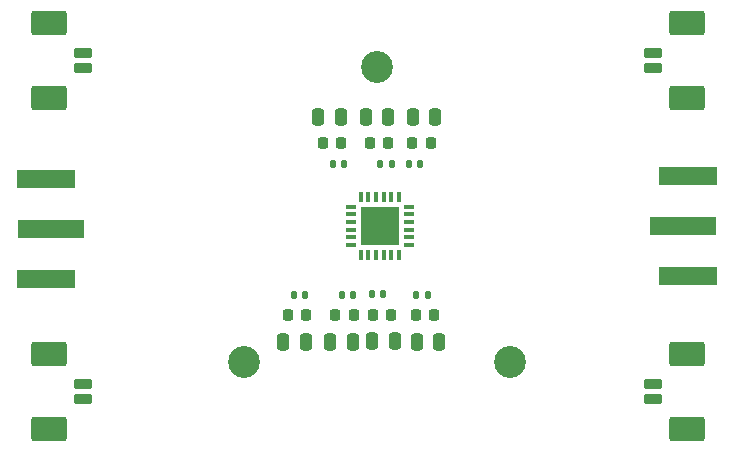
<source format=gts>
%TF.GenerationSoftware,KiCad,Pcbnew,(6.0.1)*%
%TF.CreationDate,2022-03-22T15:32:48+01:00*%
%TF.ProjectId,HMC952_TestBoard,484d4339-3532-45f5-9465-7374426f6172,rev?*%
%TF.SameCoordinates,Original*%
%TF.FileFunction,Soldermask,Top*%
%TF.FilePolarity,Negative*%
%FSLAX46Y46*%
G04 Gerber Fmt 4.6, Leading zero omitted, Abs format (unit mm)*
G04 Created by KiCad (PCBNEW (6.0.1)) date 2022-03-22 15:32:48*
%MOMM*%
%LPD*%
G01*
G04 APERTURE LIST*
G04 Aperture macros list*
%AMRoundRect*
0 Rectangle with rounded corners*
0 $1 Rounding radius*
0 $2 $3 $4 $5 $6 $7 $8 $9 X,Y pos of 4 corners*
0 Add a 4 corners polygon primitive as box body*
4,1,4,$2,$3,$4,$5,$6,$7,$8,$9,$2,$3,0*
0 Add four circle primitives for the rounded corners*
1,1,$1+$1,$2,$3*
1,1,$1+$1,$4,$5*
1,1,$1+$1,$6,$7*
1,1,$1+$1,$8,$9*
0 Add four rect primitives between the rounded corners*
20,1,$1+$1,$2,$3,$4,$5,0*
20,1,$1+$1,$4,$5,$6,$7,0*
20,1,$1+$1,$6,$7,$8,$9,0*
20,1,$1+$1,$8,$9,$2,$3,0*%
G04 Aperture macros list end*
%ADD10RoundRect,0.225000X0.225000X0.250000X-0.225000X0.250000X-0.225000X-0.250000X0.225000X-0.250000X0*%
%ADD11RoundRect,0.140000X0.140000X0.170000X-0.140000X0.170000X-0.140000X-0.170000X0.140000X-0.170000X0*%
%ADD12RoundRect,0.250000X-0.250000X-0.475000X0.250000X-0.475000X0.250000X0.475000X-0.250000X0.475000X0*%
%ADD13RoundRect,0.140000X-0.140000X-0.170000X0.140000X-0.170000X0.140000X0.170000X-0.140000X0.170000X0*%
%ADD14C,2.700000*%
%ADD15RoundRect,0.225000X-0.225000X-0.250000X0.225000X-0.250000X0.225000X0.250000X-0.225000X0.250000X0*%
%ADD16R,5.600000X1.500000*%
%ADD17R,4.900000X1.600000*%
%ADD18RoundRect,0.200000X-0.600000X0.200000X-0.600000X-0.200000X0.600000X-0.200000X0.600000X0.200000X0*%
%ADD19RoundRect,0.250001X-1.249999X0.799999X-1.249999X-0.799999X1.249999X-0.799999X1.249999X0.799999X0*%
%ADD20RoundRect,0.250000X0.250000X0.475000X-0.250000X0.475000X-0.250000X-0.475000X0.250000X-0.475000X0*%
%ADD21R,0.850000X0.350000*%
%ADD22R,0.350000X0.850000*%
%ADD23R,3.250000X3.250000*%
%ADD24RoundRect,0.200000X0.600000X-0.200000X0.600000X0.200000X-0.600000X0.200000X-0.600000X-0.200000X0*%
%ADD25RoundRect,0.250001X1.249999X-0.799999X1.249999X0.799999X-1.249999X0.799999X-1.249999X-0.799999X0*%
G04 APERTURE END LIST*
D10*
%TO.C,C16*%
X141300000Y-86010000D03*
X139750000Y-86010000D03*
%TD*%
D11*
%TO.C,C3*%
X137294000Y-98772000D03*
X136334000Y-98772000D03*
%TD*%
D12*
%TO.C,C7*%
X128818000Y-102808000D03*
X130718000Y-102808000D03*
%TD*%
D13*
%TO.C,C1*%
X129730000Y-98808000D03*
X130690000Y-98808000D03*
%TD*%
D14*
%TO.C,SCRW1*%
X136750000Y-79500000D03*
%TD*%
D15*
%TO.C,C5*%
X133221000Y-100558000D03*
X134771000Y-100558000D03*
%TD*%
D12*
%TO.C,C18*%
X131775000Y-83750000D03*
X133675000Y-83750000D03*
%TD*%
D14*
%TO.C,SCRW2*%
X125500000Y-104500000D03*
%TD*%
D16*
%TO.C,J2*%
X162700000Y-93000000D03*
D17*
X163050000Y-97260000D03*
X163050000Y-88740000D03*
%TD*%
D13*
%TO.C,C10*%
X133035000Y-87750000D03*
X133995000Y-87750000D03*
%TD*%
D18*
%TO.C,J3*%
X111900000Y-78375000D03*
X111900000Y-79625000D03*
D19*
X109000000Y-75825000D03*
X109000000Y-82175000D03*
%TD*%
D16*
%TO.C,J1*%
X109117500Y-93250000D03*
D17*
X108767500Y-88990000D03*
X108767500Y-97510000D03*
%TD*%
D18*
%TO.C,J4*%
X111900000Y-106375000D03*
X111900000Y-107625000D03*
D19*
X109000000Y-110175000D03*
X109000000Y-103825000D03*
%TD*%
D12*
%TO.C,C19*%
X135785000Y-83740000D03*
X137685000Y-83740000D03*
%TD*%
D13*
%TO.C,C11*%
X137045000Y-87740000D03*
X138005000Y-87740000D03*
%TD*%
D20*
%TO.C,C21*%
X142028000Y-102808000D03*
X140128000Y-102808000D03*
%TD*%
D14*
%TO.C,SCRW3*%
X148000000Y-104500000D03*
%TD*%
D15*
%TO.C,C4*%
X129181000Y-100522000D03*
X130731000Y-100522000D03*
%TD*%
%TO.C,C15*%
X136180000Y-86000000D03*
X137730000Y-86000000D03*
%TD*%
D20*
%TO.C,C20*%
X141695000Y-83750000D03*
X139795000Y-83750000D03*
%TD*%
D21*
%TO.C,U1*%
X134550000Y-91375000D03*
X134550000Y-92025000D03*
X134550000Y-92675000D03*
X134550000Y-93325000D03*
X134550000Y-93975000D03*
X134550000Y-94625000D03*
D22*
X135375000Y-95450000D03*
X136025000Y-95450000D03*
X136675000Y-95450000D03*
X137325000Y-95450000D03*
X137975000Y-95450000D03*
X138625000Y-95450000D03*
D21*
X139450000Y-94625000D03*
X139450000Y-93975000D03*
X139450000Y-93325000D03*
X139450000Y-92675000D03*
X139450000Y-92025000D03*
X139450000Y-91375000D03*
D22*
X138625000Y-90550000D03*
X137975000Y-90550000D03*
X137325000Y-90550000D03*
X136675000Y-90550000D03*
X136025000Y-90550000D03*
X135375000Y-90550000D03*
D23*
X137000000Y-93000000D03*
%TD*%
D10*
%TO.C,C6*%
X137970000Y-100522000D03*
X136420000Y-100522000D03*
%TD*%
D12*
%TO.C,C8*%
X132796000Y-102808000D03*
X134696000Y-102808000D03*
%TD*%
D13*
%TO.C,C2*%
X133766000Y-98808000D03*
X134726000Y-98808000D03*
%TD*%
D11*
%TO.C,C13*%
X141058000Y-98808000D03*
X140098000Y-98808000D03*
%TD*%
D24*
%TO.C,J6*%
X160100000Y-79625000D03*
X160100000Y-78375000D03*
D25*
X163000000Y-82175000D03*
X163000000Y-75825000D03*
%TD*%
D11*
%TO.C,C12*%
X140435000Y-87750000D03*
X139475000Y-87750000D03*
%TD*%
D10*
%TO.C,C17*%
X141603000Y-100548000D03*
X140053000Y-100548000D03*
%TD*%
D15*
%TO.C,C14*%
X132170000Y-86010000D03*
X133720000Y-86010000D03*
%TD*%
D20*
%TO.C,C9*%
X138272000Y-102772000D03*
X136372000Y-102772000D03*
%TD*%
D24*
%TO.C,J5*%
X160100000Y-107625000D03*
X160100000Y-106375000D03*
D25*
X163000000Y-110175000D03*
X163000000Y-103825000D03*
%TD*%
M02*

</source>
